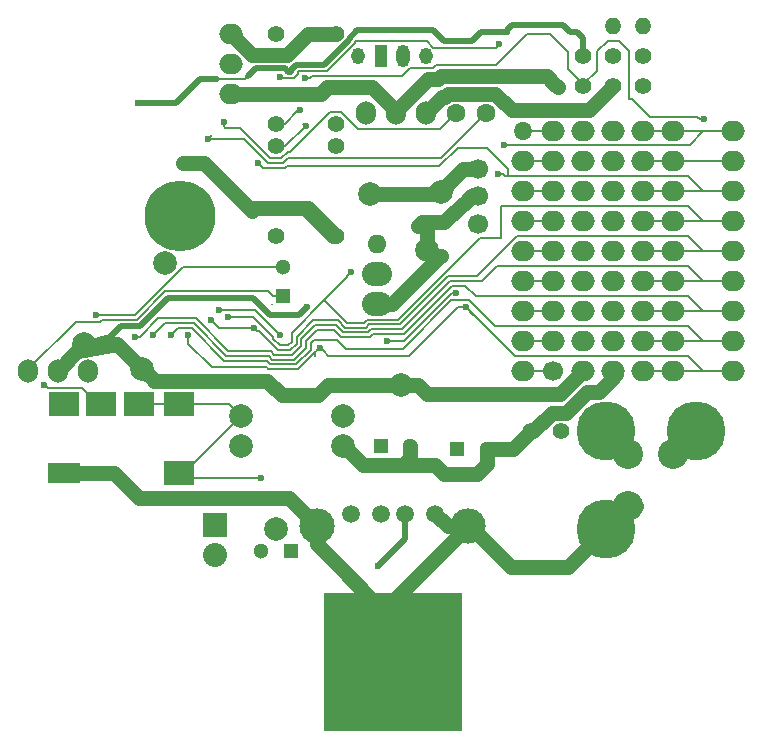
<source format=gbr>
G04 #@! TF.FileFunction,Copper,L2,Bot,Signal*
%FSLAX46Y46*%
G04 Gerber Fmt 4.6, Leading zero omitted, Abs format (unit mm)*
G04 Created by KiCad (PCBNEW 4.0.2+dfsg1-stable) date 2016年08月16日 15時24分34秒*
%MOMM*%
G01*
G04 APERTURE LIST*
%ADD10C,0.100000*%
%ADD11C,2.000000*%
%ADD12C,6.000000*%
%ADD13O,1.117600X1.400000*%
%ADD14R,1.117600X1.905000*%
%ADD15O,1.117600X1.905000*%
%ADD16C,2.540000*%
%ADD17R,2.500000X2.000000*%
%ADD18R,2.800000X1.800000*%
%ADD19C,1.501140*%
%ADD20O,3.000000X3.000000*%
%ADD21C,1.699260*%
%ADD22C,1.300000*%
%ADD23R,1.300000X1.300000*%
%ADD24O,2.540000X2.032000*%
%ADD25O,1.600000X1.600000*%
%ADD26C,5.000000*%
%ADD27O,2.000000X1.700000*%
%ADD28O,1.700000X2.000000*%
%ADD29C,1.600000*%
%ADD30C,1.400000*%
%ADD31O,1.400000X1.400000*%
%ADD32R,11.700000X11.700000*%
%ADD33C,1.397000*%
%ADD34O,1.500000X1.600000*%
%ADD35C,1.700000*%
%ADD36R,2.032000X2.032000*%
%ADD37O,2.032000X2.032000*%
%ADD38C,1.998980*%
%ADD39C,0.600000*%
%ADD40C,0.203200*%
%ADD41C,1.270000*%
%ADD42C,0.508000*%
%ADD43C,1.016000*%
G04 APERTURE END LIST*
D10*
D11*
X146304000Y-113030000D03*
X154940000Y-113030000D03*
D12*
X141135000Y-96055000D03*
D13*
X156210000Y-82550000D03*
D14*
X158115000Y-82550000D03*
D15*
X160020000Y-82550000D03*
D13*
X161925000Y-82550000D03*
D16*
X179070000Y-120650000D03*
X179070000Y-116205000D03*
X182880000Y-116205000D03*
D17*
X141040000Y-117835000D03*
D18*
X131340000Y-117835000D03*
D17*
X137640000Y-112035000D03*
X141040000Y-112035000D03*
X131340000Y-112035000D03*
X134440000Y-112035000D03*
D19*
X162751860Y-121282880D03*
X160211860Y-121282880D03*
X158179860Y-121282880D03*
X155639860Y-121282880D03*
D20*
X165539000Y-122315000D03*
X152739000Y-122315000D03*
D21*
X166370000Y-94424000D03*
X166370000Y-92132920D03*
X166370000Y-96715080D03*
D22*
X167092000Y-115824000D03*
D23*
X164592000Y-115824000D03*
D24*
X157784800Y-103530400D03*
X157784800Y-100990400D03*
D25*
X157784800Y-98450400D03*
D26*
X177165000Y-122555000D03*
X177165000Y-114300000D03*
X184785000Y-114300000D03*
D27*
X145415000Y-85725000D03*
X145415000Y-83185000D03*
X145415000Y-80645000D03*
D28*
X133350000Y-109220000D03*
X130810000Y-109220000D03*
X128270000Y-109220000D03*
X156845000Y-87376000D03*
X161925000Y-87376000D03*
X159385000Y-87376000D03*
D29*
X164465000Y-87376000D03*
X167005000Y-87376000D03*
D30*
X180340000Y-85090000D03*
X177800000Y-85090000D03*
X175260000Y-85090000D03*
X180340000Y-82550000D03*
X177800000Y-82550000D03*
X175260000Y-82550000D03*
D31*
X177800000Y-80010000D03*
X180340000Y-80010000D03*
D32*
X159195000Y-133845000D03*
D33*
X170815000Y-114300000D03*
X173355000Y-114300000D03*
D11*
X146304000Y-115570000D03*
X154940000Y-115570000D03*
D33*
X154305000Y-88265000D03*
X149225000Y-88265000D03*
X154305000Y-80645000D03*
X149225000Y-80645000D03*
D23*
X149860000Y-102870000D03*
D22*
X149860000Y-100370000D03*
X147995000Y-124460000D03*
D23*
X150495000Y-124460000D03*
D27*
X187961000Y-109220000D03*
X187961000Y-99060000D03*
X187961000Y-101600000D03*
X187961000Y-106680000D03*
X187961000Y-104140000D03*
X187961000Y-93980000D03*
X187961000Y-96520000D03*
X187961000Y-91440000D03*
X187961000Y-88900000D03*
X180341000Y-109220000D03*
X180341000Y-99060000D03*
X180341000Y-101600000D03*
X180341000Y-106680000D03*
X180341000Y-104140000D03*
X180341000Y-93980000D03*
X180341000Y-96520000D03*
X180341000Y-91440000D03*
X180341000Y-88900000D03*
X175261000Y-109220000D03*
X175261000Y-99060000D03*
X175261000Y-101600000D03*
X175261000Y-106680000D03*
X175261000Y-104140000D03*
X175261000Y-93980000D03*
X175261000Y-96520000D03*
X175261000Y-91440000D03*
X175261000Y-88900000D03*
X177801000Y-109220000D03*
X177801000Y-99060000D03*
X177801000Y-101600000D03*
X177801000Y-106680000D03*
X177801000Y-104140000D03*
X177801000Y-93980000D03*
X177801000Y-96520000D03*
X177801000Y-91440000D03*
X177801000Y-88900000D03*
X182881000Y-109220000D03*
X182881000Y-99060000D03*
X182881000Y-101600000D03*
X182881000Y-106680000D03*
X182881000Y-104140000D03*
X182881000Y-93980000D03*
X182881000Y-96520000D03*
X182881000Y-91440000D03*
X182881000Y-88900000D03*
X170181000Y-109220000D03*
X170181000Y-99060000D03*
X170181000Y-101600000D03*
X170181000Y-106680000D03*
X170181000Y-104140000D03*
X170181000Y-93980000D03*
X170181000Y-96520000D03*
X170181000Y-91440000D03*
D34*
X170181000Y-88900000D03*
D35*
X172721000Y-109220000D03*
D27*
X172721000Y-99060000D03*
X172721000Y-101600000D03*
X172721000Y-106680000D03*
X172721000Y-104140000D03*
X172721000Y-93980000D03*
X172721000Y-96520000D03*
X172721000Y-91440000D03*
X172721000Y-88900000D03*
D36*
X144119600Y-122224800D03*
D37*
X144119600Y-124764800D03*
D33*
X149225000Y-90170000D03*
X154305000Y-90170000D03*
X149225000Y-97790000D03*
X154305000Y-97790000D03*
D22*
X160615000Y-115570000D03*
D23*
X158115000Y-115570000D03*
D38*
X149225000Y-122555000D03*
D11*
X132969000Y-106934000D03*
D39*
X151867796Y-103784400D03*
D11*
X163191969Y-94010760D03*
X137890388Y-108997620D03*
X159828613Y-110393027D03*
D39*
X173126400Y-85191600D03*
D11*
X157226000Y-94234000D03*
X155448000Y-129540000D03*
X162026600Y-98958400D03*
X139879033Y-100062824D03*
D39*
X141351000Y-91567000D03*
X149606000Y-84328000D03*
X168148000Y-81534000D03*
X168511210Y-90049289D03*
X151257000Y-87122000D03*
X143510000Y-89535000D03*
X147955000Y-118237000D03*
X151719675Y-84421620D03*
X151747721Y-88447461D03*
X185470800Y-87884000D03*
X157925000Y-125730000D03*
X168803042Y-80492600D03*
X137566400Y-86512400D03*
X144433893Y-104023283D03*
X149606000Y-106172000D03*
X129641600Y-110363000D03*
X134035800Y-104444800D03*
X144835000Y-88155000D03*
X165303200Y-103784400D03*
X152976219Y-107240341D03*
X141834980Y-106155019D03*
X147360054Y-105552955D03*
X143764000Y-104902000D03*
X137287000Y-106299000D03*
X140335000Y-106155000D03*
X147710903Y-91557097D03*
X168046400Y-92506800D03*
X145156694Y-104624903D03*
X155587473Y-100850473D03*
X158622512Y-106659260D03*
X164493589Y-102590600D03*
X138835000Y-106155000D03*
D40*
X148899913Y-103560913D02*
X148908399Y-103569399D01*
D41*
X157347411Y-85188411D02*
X159385000Y-87226000D01*
X153575356Y-85188411D02*
X157347411Y-85188411D01*
X153038767Y-85725000D02*
X153575356Y-85188411D01*
X145415000Y-85725000D02*
X153038767Y-85725000D01*
X172826401Y-84891601D02*
X173126400Y-85191600D01*
X162108391Y-84502609D02*
X162947957Y-84502609D01*
X163201955Y-84248611D02*
X172183411Y-84248611D01*
X159385000Y-87226000D02*
X162108391Y-84502609D01*
X172183411Y-84248611D02*
X172826401Y-84891601D01*
X162947957Y-84502609D02*
X163201955Y-84248611D01*
X159385000Y-87376000D02*
X159385000Y-87226000D01*
D42*
X136101323Y-105403622D02*
X135156930Y-106348015D01*
X137734956Y-105403622D02*
X136101323Y-105403622D01*
X140122557Y-103016021D02*
X137734956Y-105403622D01*
X148732622Y-104419400D02*
X147329243Y-103016021D01*
X147329243Y-103016021D02*
X140122557Y-103016021D01*
X151867796Y-103784400D02*
X151232796Y-104419400D01*
X151232796Y-104419400D02*
X148732622Y-104419400D01*
D41*
X132525483Y-107469185D02*
X132969000Y-107025668D01*
D42*
X135156930Y-106348015D02*
X132969000Y-106934000D01*
D41*
X132969000Y-107025668D02*
X132969000Y-106934000D01*
X132376849Y-107469185D02*
X132525483Y-107469185D01*
X130813766Y-109220000D02*
X132376849Y-107469185D01*
X130810000Y-109220000D02*
X130813766Y-109220000D01*
X166370000Y-92132920D02*
X165069809Y-92132920D01*
X165069809Y-92132920D02*
X164191968Y-93010761D01*
X164191968Y-93010761D02*
X163191969Y-94010760D01*
X162968729Y-94234000D02*
X163191969Y-94010760D01*
X157226000Y-94234000D02*
X162968729Y-94234000D01*
X138890387Y-109997619D02*
X137890388Y-108997620D01*
X138916033Y-110023265D02*
X138890387Y-109997619D01*
X148518197Y-110023265D02*
X138916033Y-110023265D01*
X149745196Y-111250263D02*
X148518197Y-110023265D01*
X152768798Y-111250264D02*
X149745196Y-111250263D01*
X153626035Y-110393027D02*
X152768798Y-111250264D01*
X159828613Y-110393027D02*
X153626035Y-110393027D01*
X136890389Y-107997621D02*
X137890388Y-108997620D01*
X135775968Y-106883200D02*
X136890389Y-107997621D01*
X132525483Y-107469185D02*
X135775968Y-106883200D01*
X161242826Y-110393027D02*
X159828613Y-110393027D01*
X173330600Y-111150400D02*
X162000199Y-111150400D01*
X175261000Y-109220000D02*
X173330600Y-111150400D01*
X162000199Y-111150400D02*
X161242826Y-110393027D01*
X159385000Y-87376000D02*
X159385000Y-87249000D01*
X151979154Y-80645000D02*
X153317172Y-80645000D01*
X150201154Y-82423000D02*
X151979154Y-80645000D01*
X147193000Y-82423000D02*
X150201154Y-82423000D01*
X145415000Y-80645000D02*
X147193000Y-82423000D01*
X153317172Y-80645000D02*
X154305000Y-80645000D01*
D43*
X155448000Y-129540000D02*
X159195000Y-133287000D01*
X159195000Y-133287000D02*
X159195000Y-133845000D01*
D41*
X162028144Y-98956856D02*
X162028144Y-98804457D01*
X162026600Y-98958400D02*
X162028144Y-98956856D01*
X162028144Y-98804457D02*
X162028144Y-97051635D01*
X162028144Y-97051635D02*
X161598109Y-96621600D01*
X163144200Y-99491800D02*
X162715487Y-99491800D01*
X162715487Y-99491800D02*
X162028144Y-98804457D01*
X162028144Y-98804457D02*
X162026600Y-98802913D01*
X163499800Y-96621600D02*
X161598109Y-96621600D01*
X165125400Y-95072200D02*
X165049200Y-95072200D01*
X165773600Y-94424000D02*
X165125400Y-95072200D01*
X165049200Y-95072200D02*
X163499800Y-96621600D01*
X161598109Y-96621600D02*
X161290000Y-96929709D01*
X166370000Y-94424000D02*
X165773600Y-94424000D01*
X157784800Y-103530400D02*
X159105600Y-103530400D01*
X163144200Y-99491800D02*
X163220400Y-99491800D01*
X159105600Y-103530400D02*
X163144200Y-99491800D01*
X154305000Y-97790000D02*
X154051000Y-97790000D01*
X154051000Y-97790000D02*
X151688800Y-95427800D01*
X145565000Y-80645000D02*
X145415000Y-80645000D01*
X146989800Y-95427800D02*
X151688800Y-95427800D01*
X151688800Y-95427800D02*
X151942800Y-95427800D01*
X151942800Y-95427800D02*
X154305000Y-97790000D01*
X131340000Y-117835000D02*
X135513400Y-117835000D01*
X150362800Y-119938800D02*
X152739000Y-122315000D01*
X137617200Y-119938800D02*
X150362800Y-119938800D01*
X135513400Y-117835000D02*
X137617200Y-119938800D01*
X167092000Y-115824000D02*
X169291000Y-115824000D01*
X169291000Y-115824000D02*
X170815000Y-114300000D01*
X165539000Y-122315000D02*
X165647400Y-122315000D01*
X165647400Y-122315000D02*
X169113200Y-125780800D01*
X173939200Y-125780800D02*
X177165000Y-122555000D01*
X169113200Y-125780800D02*
X173939200Y-125780800D01*
X176631600Y-110998000D02*
X175564800Y-110998000D01*
X173837600Y-112725200D02*
X172618400Y-112725200D01*
X175564800Y-110998000D02*
X173837600Y-112725200D01*
X170815000Y-114300000D02*
X171043600Y-114300000D01*
X171043600Y-114300000D02*
X172618400Y-112725200D01*
X176631600Y-110998000D02*
X177801000Y-109828600D01*
X177801000Y-109828600D02*
X177801000Y-109220000D01*
X175996600Y-122555000D02*
X177165000Y-122555000D01*
X177165000Y-122555000D02*
X177800000Y-122555000D01*
X177800000Y-122555000D02*
X179705000Y-120650000D01*
X160020000Y-117144800D02*
X162712400Y-117144800D01*
X167092000Y-117083200D02*
X167092000Y-115824000D01*
X166268400Y-117906800D02*
X167092000Y-117083200D01*
X163474400Y-117906800D02*
X166268400Y-117906800D01*
X162712400Y-117144800D02*
X163474400Y-117906800D01*
X154940000Y-115570000D02*
X155041600Y-115570000D01*
X155041600Y-115570000D02*
X156616400Y-117144800D01*
X156616400Y-117144800D02*
X160020000Y-117144800D01*
X160020000Y-117144800D02*
X160615000Y-116549800D01*
X160615000Y-116549800D02*
X160615000Y-115570000D01*
X159195000Y-133845000D02*
X159195000Y-130340600D01*
X159195000Y-130340600D02*
X152739000Y-123884600D01*
X152739000Y-123884600D02*
X152739000Y-122315000D01*
X143129000Y-91567000D02*
X141775264Y-91567000D01*
X147177000Y-95615000D02*
X146989800Y-95427800D01*
X146989800Y-95427800D02*
X143129000Y-91567000D01*
X141775264Y-91567000D02*
X141351000Y-91567000D01*
X159195000Y-133845000D02*
X159195000Y-128659000D01*
X159195000Y-128659000D02*
X165539000Y-122315000D01*
X165539000Y-122315000D02*
X163783980Y-122315000D01*
X163783980Y-122315000D02*
X162751860Y-121282880D01*
X178055000Y-109474000D02*
X177801000Y-109220000D01*
D40*
X150496541Y-84404208D02*
X149682208Y-84404208D01*
X149682208Y-84404208D02*
X149606000Y-84328000D01*
X153568399Y-83820000D02*
X151129998Y-83820000D01*
X151129998Y-83820000D02*
X151076010Y-83873988D01*
X151076010Y-83873988D02*
X151076010Y-84078739D01*
X151076010Y-84078739D02*
X150750541Y-84404208D01*
X150750541Y-84404208D02*
X150496541Y-84404208D01*
X155955999Y-81432400D02*
X153568399Y-83820000D01*
X155956000Y-81280000D02*
X155955999Y-81280001D01*
X155955999Y-81280001D02*
X155955999Y-81432400D01*
X162013003Y-81280000D02*
X155956000Y-81280000D01*
X168148000Y-81534000D02*
X167848001Y-81833999D01*
X167848001Y-81833999D02*
X162567002Y-81833999D01*
X162567002Y-81833999D02*
X162013003Y-81280000D01*
X168935474Y-90049289D02*
X168511210Y-90049289D01*
X184260773Y-90059227D02*
X168945412Y-90059227D01*
X168945412Y-90059227D02*
X168935474Y-90049289D01*
X185420000Y-88900000D02*
X184260773Y-90059227D01*
X185420000Y-88900000D02*
X186056000Y-88900000D01*
X182881000Y-88900000D02*
X185420000Y-88900000D01*
X186056000Y-88900000D02*
X187961000Y-88900000D01*
X180341000Y-88900000D02*
X182881000Y-88900000D01*
X151130000Y-87122000D02*
X151257000Y-87122000D01*
X149987000Y-88265000D02*
X151130000Y-87122000D01*
X149225000Y-88265000D02*
X149987000Y-88265000D01*
X150275275Y-91170101D02*
X163210899Y-91170101D01*
X163210899Y-91170101D02*
X166205001Y-88175999D01*
X146539624Y-89535000D02*
X148577936Y-91573312D01*
X143510000Y-89535000D02*
X146539624Y-89535000D01*
X148577936Y-91573312D02*
X149872064Y-91573312D01*
X149872064Y-91573312D02*
X150275275Y-91170101D01*
X166205001Y-88175999D02*
X167005000Y-87376000D01*
X143510000Y-89535000D02*
X143809999Y-89235001D01*
D41*
X169214800Y-87122000D02*
X175768000Y-87122000D01*
X167811422Y-85718622D02*
X169214800Y-87122000D01*
X163556855Y-85972620D02*
X163810853Y-85718622D01*
X163810853Y-85718622D02*
X167811422Y-85718622D01*
X163328380Y-85972620D02*
X163556855Y-85972620D01*
X161925000Y-87376000D02*
X163328380Y-85972620D01*
X175768000Y-87122000D02*
X177800000Y-85090000D01*
D40*
X147955000Y-118237000D02*
X141442000Y-118237000D01*
X141442000Y-118237000D02*
X141040000Y-117835000D01*
X141040000Y-112035000D02*
X145309000Y-112035000D01*
X145309000Y-112035000D02*
X146304000Y-113030000D01*
X137640000Y-112035000D02*
X139093200Y-112035000D01*
X139093200Y-112035000D02*
X141040000Y-112035000D01*
X141040000Y-117835000D02*
X141499000Y-117835000D01*
X141499000Y-117835000D02*
X145304001Y-114029999D01*
X145304001Y-114029999D02*
X146304000Y-113030000D01*
X149225000Y-90170000D02*
X150025182Y-90170000D01*
X150025182Y-90170000D02*
X151747721Y-88447461D01*
X175260000Y-84940000D02*
X173990000Y-83670000D01*
X162560000Y-83566000D02*
X160614503Y-83566000D01*
X172466000Y-80670400D02*
X170535600Y-80670400D01*
X170535600Y-80670400D02*
X167894000Y-83312000D01*
X167894000Y-83312000D02*
X162814000Y-83312000D01*
X162814000Y-83312000D02*
X162560000Y-83566000D01*
X160614503Y-83566000D02*
X159928703Y-84251800D01*
X173990000Y-82194400D02*
X172466000Y-80670400D01*
X173990000Y-83670000D02*
X173990000Y-82194400D01*
X159928703Y-84251800D02*
X152313759Y-84251800D01*
X152313759Y-84251800D02*
X152143939Y-84421620D01*
X152143939Y-84421620D02*
X151719675Y-84421620D01*
X151565260Y-88265000D02*
X151747721Y-88447461D01*
X184912000Y-87680800D02*
X185115200Y-87884000D01*
X185115200Y-87884000D02*
X185470800Y-87884000D01*
X180900422Y-87680800D02*
X184912000Y-87680800D01*
X179171600Y-86156800D02*
X179376422Y-86156800D01*
X179376422Y-86156800D02*
X180900422Y-87680800D01*
X179171600Y-82142978D02*
X179171600Y-86156800D01*
X176430800Y-83769200D02*
X176430800Y-82140578D01*
X176430800Y-82140578D02*
X177322988Y-81248390D01*
X177322988Y-81248390D02*
X178277012Y-81248390D01*
X178277012Y-81248390D02*
X179171600Y-82142978D01*
X175260000Y-85090000D02*
X175260000Y-84940000D01*
X175260000Y-84940000D02*
X176430800Y-83769200D01*
X188111000Y-91440000D02*
X187961000Y-91440000D01*
X182881000Y-91440000D02*
X185929000Y-91440000D01*
X185929000Y-91440000D02*
X186056000Y-91440000D01*
X186056000Y-91440000D02*
X187961000Y-91440000D01*
X180341000Y-91440000D02*
X182881000Y-91440000D01*
D42*
X160211860Y-123443140D02*
X160211860Y-121282880D01*
X157925000Y-125730000D02*
X160211860Y-123443140D01*
X147515202Y-83573998D02*
X149991800Y-83573998D01*
X146862800Y-84226400D02*
X147515202Y-83573998D01*
X149991800Y-83573998D02*
X150266400Y-83848598D01*
X150899859Y-83264389D02*
X150315650Y-83848598D01*
X153338258Y-83264389D02*
X150899859Y-83264389D01*
X155400389Y-81049859D02*
X155400389Y-81202258D01*
X162536141Y-80343389D02*
X156106859Y-80343389D01*
X156106859Y-80343389D02*
X155400389Y-81049859D01*
X165839860Y-81278388D02*
X163471140Y-81278388D01*
X163471140Y-81278388D02*
X162536141Y-80343389D01*
X166625648Y-80492600D02*
X165839860Y-81278388D01*
X150315650Y-83848598D02*
X150266400Y-83848598D01*
X168803042Y-80492600D02*
X166625648Y-80492600D01*
X155400389Y-81202258D02*
X153338258Y-83264389D01*
X168803042Y-80492600D02*
X168803042Y-80320158D01*
X173583600Y-79933800D02*
X174142400Y-80492600D01*
X169189400Y-79933800D02*
X173583600Y-79933800D01*
X168803042Y-80320158D02*
X169189400Y-79933800D01*
X175260000Y-81042000D02*
X175260000Y-82550000D01*
X174710600Y-80492600D02*
X175260000Y-81042000D01*
X174142400Y-80492600D02*
X174710600Y-80492600D01*
X150266400Y-83848598D02*
X150520400Y-83848598D01*
D40*
X146608800Y-84480400D02*
X146862800Y-84226400D01*
D42*
X137566400Y-86512400D02*
X140766800Y-86512400D01*
X142798800Y-84480400D02*
X144272000Y-84480400D01*
X140766800Y-86512400D02*
X142798800Y-84480400D01*
D40*
X144272000Y-84480400D02*
X146608800Y-84480400D01*
X149606000Y-106172000D02*
X147457283Y-104023283D01*
X144858157Y-104023283D02*
X144433893Y-104023283D01*
X147457283Y-104023283D02*
X144858157Y-104023283D01*
X128270000Y-109070000D02*
X128270000Y-109220000D01*
X132293598Y-105046402D02*
X128270000Y-109070000D01*
X134324570Y-105046402D02*
X132293598Y-105046402D01*
X134522961Y-104848011D02*
X134324570Y-105046402D01*
X137504815Y-104848011D02*
X134522961Y-104848011D01*
X139892416Y-102460410D02*
X137504815Y-104848011D01*
X148597210Y-102460410D02*
X139892416Y-102460410D01*
X149006800Y-102870000D02*
X148597210Y-102460410D01*
X149860000Y-102870000D02*
X149006800Y-102870000D01*
X129641600Y-110363000D02*
X129941599Y-110662999D01*
X129941599Y-110662999D02*
X132817999Y-110662999D01*
X132817999Y-110662999D02*
X134190000Y-112035000D01*
X134190000Y-112035000D02*
X134440000Y-112035000D01*
X137337800Y-104444800D02*
X134035800Y-104444800D01*
X141412600Y-100370000D02*
X137337800Y-104444800D01*
X149860000Y-100370000D02*
X141412600Y-100370000D01*
X144957800Y-88595200D02*
X144835000Y-88472400D01*
X144835000Y-88472400D02*
X144835000Y-88155000D01*
X146170050Y-88595200D02*
X144957800Y-88595200D01*
X154785049Y-87264899D02*
X153781101Y-87264899D01*
X153781101Y-87264899D02*
X150395951Y-90650049D01*
X150395951Y-90650049D02*
X150225101Y-90650049D01*
X164465000Y-87376000D02*
X163163390Y-88677610D01*
X163163390Y-88677610D02*
X156197760Y-88677610D01*
X148744951Y-91170101D02*
X146170050Y-88595200D01*
X156197760Y-88677610D02*
X154785049Y-87264899D01*
X150225101Y-90650049D02*
X149705049Y-91170101D01*
X149705049Y-91170101D02*
X148744951Y-91170101D01*
X184150000Y-107950000D02*
X169799000Y-107950000D01*
X165303200Y-103784400D02*
X169468800Y-107950000D01*
X169468800Y-107950000D02*
X169799000Y-107950000D01*
X160502600Y-107950000D02*
X155067000Y-107950000D01*
X165303200Y-103784400D02*
X164668200Y-103784400D01*
X164668200Y-103784400D02*
X160502600Y-107950000D01*
X165963600Y-104470200D02*
X165303200Y-103809800D01*
X165303200Y-103809800D02*
X165303200Y-103784400D01*
X148609152Y-109043654D02*
X151131786Y-109043654D01*
X151131786Y-109043654D02*
X152641069Y-107534371D01*
X141834980Y-106155019D02*
X141834980Y-106909980D01*
X141834980Y-106909980D02*
X143813263Y-108888263D01*
X143813263Y-108888263D02*
X148453761Y-108888263D01*
X148453761Y-108888263D02*
X148609152Y-109043654D01*
X153276218Y-107540340D02*
X152976219Y-107240341D01*
X152641069Y-107534371D02*
X152647038Y-107540340D01*
X152647038Y-107540340D02*
X152676220Y-107540340D01*
X153685878Y-107950000D02*
X153276218Y-107540340D01*
X152676220Y-107540340D02*
X152976219Y-107240341D01*
X155067000Y-107950000D02*
X153685878Y-107950000D01*
X152527000Y-107648440D02*
X152641069Y-107534371D01*
X152527000Y-107950000D02*
X152527000Y-107648440D01*
X155067000Y-107950000D02*
X154871500Y-107950000D01*
X185420000Y-109220000D02*
X184150000Y-107950000D01*
X185420000Y-109220000D02*
X185929000Y-109220000D01*
X182881000Y-109220000D02*
X185420000Y-109220000D01*
X185929000Y-109220000D02*
X186056000Y-109220000D01*
X186056000Y-109220000D02*
X187961000Y-109220000D01*
X187961000Y-109220000D02*
X187811000Y-109220000D01*
X180341000Y-109220000D02*
X182881000Y-109220000D01*
X163852449Y-101182577D02*
X159783805Y-105251221D01*
X159783805Y-105251221D02*
X157152044Y-105251221D01*
X157152044Y-105251221D02*
X156869454Y-105533811D01*
X152400642Y-104898810D02*
X150991809Y-106307643D01*
X154470750Y-104898810D02*
X152400642Y-104898810D01*
X156869454Y-105533811D02*
X155105750Y-105533810D01*
X150442786Y-107430811D02*
X149404213Y-107430811D01*
X185420000Y-99060000D02*
X184150000Y-97790000D01*
X150991809Y-106881789D02*
X150442786Y-107430811D01*
X150991809Y-106307643D02*
X150991809Y-106881789D01*
X184150000Y-97790000D02*
X169672378Y-97790000D01*
X169672378Y-97790000D02*
X166279801Y-101182577D01*
X166279801Y-101182577D02*
X163852449Y-101182577D01*
X149404213Y-107430811D02*
X147826356Y-105852954D01*
X147660053Y-105852954D02*
X147360054Y-105552955D01*
X155105750Y-105533810D02*
X154470750Y-104898810D01*
X147826356Y-105852954D02*
X147660053Y-105852954D01*
X146935790Y-105552955D02*
X147360054Y-105552955D01*
X144414955Y-105552955D02*
X146935790Y-105552955D01*
X143764000Y-104902000D02*
X144414955Y-105552955D01*
X185420000Y-99060000D02*
X182881000Y-99060000D01*
X185929000Y-99060000D02*
X185420000Y-99060000D01*
X182881000Y-99060000D02*
X180341000Y-99060000D01*
X187961000Y-99060000D02*
X186056000Y-99060000D01*
X186056000Y-99060000D02*
X185929000Y-99060000D01*
X152567657Y-105302021D02*
X151395020Y-106474658D01*
X142457801Y-104746977D02*
X139263287Y-104746977D01*
X149110198Y-107834022D02*
X148784807Y-107508631D01*
X150609801Y-107834022D02*
X149110198Y-107834022D01*
X137711264Y-106299000D02*
X137287000Y-106299000D01*
X159950820Y-105654432D02*
X157319059Y-105654432D01*
X151395020Y-106474658D02*
X151395020Y-107048804D01*
X148784807Y-107508631D02*
X145219455Y-107508631D01*
X154938734Y-105937020D02*
X154303735Y-105302021D01*
X185420000Y-101600000D02*
X184150000Y-100330000D01*
X157319059Y-105654432D02*
X157036469Y-105937022D01*
X164019464Y-101585788D02*
X159950820Y-105654432D01*
X166702986Y-101585788D02*
X164019464Y-101585788D01*
X167958774Y-100330000D02*
X166702986Y-101585788D01*
X145219455Y-107508631D02*
X142457801Y-104746977D01*
X154303735Y-105302021D02*
X152567657Y-105302021D01*
X151395020Y-107048804D02*
X150609801Y-107834022D01*
X157036469Y-105937022D02*
X154938734Y-105937020D01*
X184150000Y-100330000D02*
X167958774Y-100330000D01*
X139263287Y-104746977D02*
X137711264Y-106299000D01*
X185420000Y-101600000D02*
X182881000Y-101600000D01*
X185929000Y-101600000D02*
X185420000Y-101600000D01*
X187961000Y-101600000D02*
X186818000Y-101600000D01*
X186818000Y-101600000D02*
X186056000Y-101600000D01*
X186056000Y-101600000D02*
X185929000Y-101600000D01*
X180341000Y-101600000D02*
X182881000Y-101600000D01*
X148450777Y-108315053D02*
X144885425Y-108315053D01*
X140936601Y-105553399D02*
X140335000Y-106155000D01*
X165591970Y-103182798D02*
X165014430Y-103182798D01*
X165014430Y-103182798D02*
X164989030Y-103208198D01*
X152201440Y-107382836D02*
X150943828Y-108640444D01*
X152201442Y-106808688D02*
X152201442Y-107382833D01*
X152444487Y-106565643D02*
X152201442Y-106808688D01*
X154426905Y-106565643D02*
X152444487Y-106565643D01*
X152201442Y-107382833D02*
X152201440Y-107382836D01*
X185420000Y-106680000D02*
X184150000Y-105410000D01*
X155176262Y-107315000D02*
X154426905Y-106565643D01*
X160000930Y-107315000D02*
X155176262Y-107315000D01*
X164989030Y-103208198D02*
X164107732Y-103208198D01*
X184150000Y-105410000D02*
X167819172Y-105410000D01*
X150943828Y-108640444D02*
X148776168Y-108640444D01*
X164107732Y-103208198D02*
X160000930Y-107315000D01*
X142123771Y-105553399D02*
X140936601Y-105553399D01*
X148776168Y-108640444D02*
X148450777Y-108315053D01*
X167819172Y-105410000D02*
X165591970Y-103182798D01*
X144885425Y-108315053D02*
X142123771Y-105553399D01*
X185420000Y-106680000D02*
X182881000Y-106680000D01*
X185929000Y-106680000D02*
X185420000Y-106680000D01*
X186056000Y-106680000D02*
X185929000Y-106680000D01*
X187961000Y-106680000D02*
X186056000Y-106680000D01*
X180341000Y-106680000D02*
X182881000Y-106680000D01*
X148130329Y-91976523D02*
X147710903Y-91557097D01*
X163082616Y-91868610D02*
X150146992Y-91868610D01*
X150039079Y-91976523D02*
X148130329Y-91976523D01*
X164654226Y-90297000D02*
X163082616Y-91868610D01*
X167132000Y-90297000D02*
X164654226Y-90297000D01*
X168910000Y-92075000D02*
X167132000Y-90297000D01*
X169087800Y-92710000D02*
X168910000Y-92710000D01*
X150146992Y-91868610D02*
X150039079Y-91976523D01*
X168910000Y-92710000D02*
X168910000Y-92075000D01*
X184150000Y-92710000D02*
X169087800Y-92710000D01*
X168046400Y-92506800D02*
X168470664Y-92506800D01*
X168470664Y-92506800D02*
X168673864Y-92710000D01*
X168673864Y-92710000D02*
X169087800Y-92710000D01*
X185420000Y-93980000D02*
X185929000Y-93980000D01*
X182881000Y-93980000D02*
X185420000Y-93980000D01*
X185420000Y-93980000D02*
X184150000Y-92710000D01*
X185929000Y-93980000D02*
X186056000Y-93980000D01*
X186056000Y-93980000D02*
X187961000Y-93980000D01*
X180341000Y-93980000D02*
X182881000Y-93980000D01*
X155287474Y-101255092D02*
X153342366Y-103200200D01*
X153342366Y-103200200D02*
X150588602Y-105953964D01*
X156702439Y-105130600D02*
X155272766Y-105130600D01*
X155272766Y-105130600D02*
X153342366Y-103200200D01*
X159616790Y-104848010D02*
X156985029Y-104848010D01*
X166547800Y-97917000D02*
X159616790Y-104848010D01*
X156985029Y-104848010D02*
X156702439Y-105130600D01*
X168275000Y-97917000D02*
X166547800Y-97917000D01*
X149004398Y-106460770D02*
X149004398Y-106333770D01*
X147295531Y-104624903D02*
X145580958Y-104624903D01*
X149004398Y-106333770D02*
X147295531Y-104624903D01*
X150275770Y-107027602D02*
X149571230Y-107027602D01*
X150588602Y-106714770D02*
X150275770Y-107027602D01*
X145580958Y-104624903D02*
X145156694Y-104624903D01*
X150588602Y-105953964D02*
X150588602Y-106714770D01*
X149571230Y-107027602D02*
X149004398Y-106460770D01*
X155287474Y-101150472D02*
X155287474Y-101255092D01*
X155587473Y-100850473D02*
X155287474Y-101150472D01*
X168275000Y-97917000D02*
X168275000Y-95250000D01*
X168275000Y-95250000D02*
X184150000Y-95250000D01*
X184150000Y-95250000D02*
X185420000Y-96520000D01*
X185420000Y-96520000D02*
X185929000Y-96520000D01*
X182881000Y-96520000D02*
X185420000Y-96520000D01*
X185929000Y-96520000D02*
X186056000Y-96520000D01*
X186056000Y-96520000D02*
X187961000Y-96520000D01*
X180341000Y-96520000D02*
X182881000Y-96520000D01*
X170181000Y-109220000D02*
X172721000Y-109220000D01*
X170181000Y-99060000D02*
X172721000Y-99060000D01*
X170181000Y-101600000D02*
X172721000Y-101600000D01*
X170181000Y-106680000D02*
X172721000Y-106680000D01*
X170181000Y-104140000D02*
X172721000Y-104140000D01*
X170181000Y-93980000D02*
X172721000Y-93980000D01*
X170181000Y-96520000D02*
X172721000Y-96520000D01*
X170181000Y-91440000D02*
X172721000Y-91440000D01*
X170181000Y-88900000D02*
X172721000Y-88900000D01*
X160086444Y-106659260D02*
X159046776Y-106659260D01*
X164155104Y-102590600D02*
X160086444Y-106659260D01*
X164493589Y-102590600D02*
X164155104Y-102590600D01*
X159046776Y-106659260D02*
X158622512Y-106659260D01*
X160117835Y-106057643D02*
X157486074Y-106057643D01*
X154136720Y-105705232D02*
X152734672Y-105705232D01*
X157486074Y-106057643D02*
X157203483Y-106340232D01*
X148943182Y-108237232D02*
X148617792Y-107911842D01*
X142290786Y-105150188D02*
X139839812Y-105150188D01*
X145052439Y-107911841D02*
X142290786Y-105150188D01*
X157203483Y-106340232D02*
X154771718Y-106340230D01*
X164186479Y-101988999D02*
X160117835Y-106057643D01*
X150776816Y-108237233D02*
X148943182Y-108237232D01*
X166142772Y-102870000D02*
X165261771Y-101988999D01*
X151798231Y-106641673D02*
X151798230Y-107215820D01*
X152734672Y-105705232D02*
X151798231Y-106641673D01*
X184150000Y-102870000D02*
X166142772Y-102870000D01*
X185420000Y-104140000D02*
X184150000Y-102870000D01*
X139839812Y-105150188D02*
X138835000Y-106155000D01*
X148617792Y-107911842D02*
X145052439Y-107911841D01*
X151798230Y-107215820D02*
X150776816Y-108237233D01*
X154771718Y-106340230D02*
X154136720Y-105705232D01*
X165261771Y-101988999D02*
X164186479Y-101988999D01*
X185420000Y-104140000D02*
X182881000Y-104140000D01*
X185929000Y-104140000D02*
X185420000Y-104140000D01*
X186056000Y-104140000D02*
X185929000Y-104140000D01*
X186691000Y-104140000D02*
X186056000Y-104140000D01*
X187811000Y-104140000D02*
X186691000Y-104140000D01*
X187961000Y-104140000D02*
X187811000Y-104140000D01*
X187961000Y-104140000D02*
X186691000Y-104140000D01*
X182881000Y-104140000D02*
X180341000Y-104140000D01*
M02*

</source>
